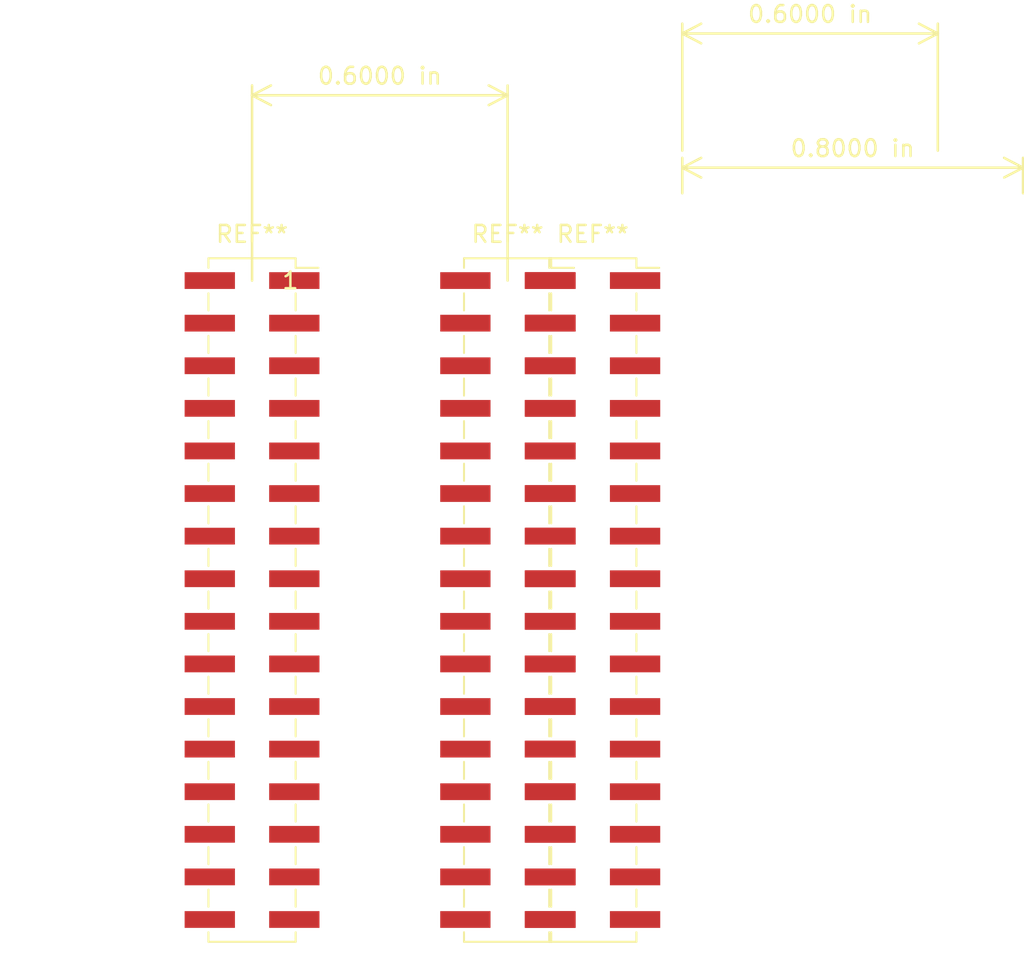
<source format=kicad_pcb>
(kicad_pcb (version 20171130) (host pcbnew 5.1.2-f72e74a~84~ubuntu18.04.1)

  (general
    (thickness 1.6)
    (drawings 10)
    (tracks 0)
    (zones 0)
    (modules 3)
    (nets 1)
  )

  (page A4)
  (title_block
    (date "jeu. 02 avril 2015")
  )

  (layers
    (0 F.Cu signal)
    (31 B.Cu signal)
    (32 B.Adhes user)
    (33 F.Adhes user)
    (34 B.Paste user)
    (35 F.Paste user)
    (36 B.SilkS user)
    (37 F.SilkS user)
    (38 B.Mask user)
    (39 F.Mask user)
    (40 Dwgs.User user)
    (41 Cmts.User user)
    (42 Eco1.User user)
    (43 Eco2.User user)
    (44 Edge.Cuts user)
    (45 Margin user)
    (46 B.CrtYd user)
    (47 F.CrtYd user)
    (48 B.Fab user)
    (49 F.Fab user)
  )

  (setup
    (last_trace_width 0.25)
    (trace_clearance 0.2)
    (zone_clearance 0.508)
    (zone_45_only no)
    (trace_min 0.2)
    (via_size 0.6)
    (via_drill 0.4)
    (via_min_size 0.4)
    (via_min_drill 0.3)
    (uvia_size 0.3)
    (uvia_drill 0.1)
    (uvias_allowed no)
    (uvia_min_size 0.2)
    (uvia_min_drill 0.1)
    (edge_width 0.1)
    (segment_width 0.15)
    (pcb_text_width 0.3)
    (pcb_text_size 1.5 1.5)
    (mod_edge_width 0.15)
    (mod_text_size 1 1)
    (mod_text_width 0.15)
    (pad_size 1.5 1.5)
    (pad_drill 0.6)
    (pad_to_mask_clearance 0)
    (aux_axis_origin 138.176 110.617)
    (visible_elements FFFFFF7F)
    (pcbplotparams
      (layerselection 0x00030_80000001)
      (usegerberextensions false)
      (usegerberattributes false)
      (usegerberadvancedattributes false)
      (creategerberjobfile false)
      (excludeedgelayer true)
      (linewidth 0.100000)
      (plotframeref false)
      (viasonmask false)
      (mode 1)
      (useauxorigin false)
      (hpglpennumber 1)
      (hpglpenspeed 20)
      (hpglpendiameter 15.000000)
      (psnegative false)
      (psa4output false)
      (plotreference true)
      (plotvalue true)
      (plotinvisibletext false)
      (padsonsilk false)
      (subtractmaskfromsilk false)
      (outputformat 1)
      (mirror false)
      (drillshape 1)
      (scaleselection 1)
      (outputdirectory ""))
  )

  (net 0 "")

  (net_class Default "This is the default net class."
    (clearance 0.2)
    (trace_width 0.25)
    (via_dia 0.6)
    (via_drill 0.4)
    (uvia_dia 0.3)
    (uvia_drill 0.1)
  )

  (module Connector_PinSocket_2.54mm:PinSocket_2x16_P2.54mm_Vertical_SMD (layer F.Cu) (tedit 5A19A421) (tstamp 5CE38145)
    (at 154.686 90.297)
    (descr "surface-mounted straight socket strip, 2x16, 2.54mm pitch, double cols (from Kicad 4.0.7), script generated")
    (tags "Surface mounted socket strip SMD 2x16 2.54mm double row")
    (attr smd)
    (fp_text reference REF** (at 0 -21.82) (layer F.SilkS)
      (effects (font (size 1 1) (thickness 0.15)))
    )
    (fp_text value PinSocket_2x16_P2.54mm_Vertical_SMD (at 0 21.82) (layer F.Fab)
      (effects (font (size 1 1) (thickness 0.15)))
    )
    (fp_text user %R (at 0 0 90) (layer F.Fab)
      (effects (font (size 1 1) (thickness 0.15)))
    )
    (fp_line (start -4.55 20.85) (end -4.55 -20.85) (layer F.CrtYd) (width 0.05))
    (fp_line (start 4.5 20.85) (end -4.55 20.85) (layer F.CrtYd) (width 0.05))
    (fp_line (start 4.5 -20.85) (end 4.5 20.85) (layer F.CrtYd) (width 0.05))
    (fp_line (start -4.55 -20.85) (end 4.5 -20.85) (layer F.CrtYd) (width 0.05))
    (fp_line (start 3.92 19.37) (end 2.54 19.37) (layer F.Fab) (width 0.1))
    (fp_line (start 3.92 18.73) (end 3.92 19.37) (layer F.Fab) (width 0.1))
    (fp_line (start 2.54 18.73) (end 3.92 18.73) (layer F.Fab) (width 0.1))
    (fp_line (start -3.92 19.37) (end -3.92 18.73) (layer F.Fab) (width 0.1))
    (fp_line (start -2.54 19.37) (end -3.92 19.37) (layer F.Fab) (width 0.1))
    (fp_line (start -3.92 18.73) (end -2.54 18.73) (layer F.Fab) (width 0.1))
    (fp_line (start 3.92 16.83) (end 2.54 16.83) (layer F.Fab) (width 0.1))
    (fp_line (start 3.92 16.19) (end 3.92 16.83) (layer F.Fab) (width 0.1))
    (fp_line (start 2.54 16.19) (end 3.92 16.19) (layer F.Fab) (width 0.1))
    (fp_line (start -3.92 16.83) (end -3.92 16.19) (layer F.Fab) (width 0.1))
    (fp_line (start -2.54 16.83) (end -3.92 16.83) (layer F.Fab) (width 0.1))
    (fp_line (start -3.92 16.19) (end -2.54 16.19) (layer F.Fab) (width 0.1))
    (fp_line (start 3.92 14.29) (end 2.54 14.29) (layer F.Fab) (width 0.1))
    (fp_line (start 3.92 13.65) (end 3.92 14.29) (layer F.Fab) (width 0.1))
    (fp_line (start 2.54 13.65) (end 3.92 13.65) (layer F.Fab) (width 0.1))
    (fp_line (start -3.92 14.29) (end -3.92 13.65) (layer F.Fab) (width 0.1))
    (fp_line (start -2.54 14.29) (end -3.92 14.29) (layer F.Fab) (width 0.1))
    (fp_line (start -3.92 13.65) (end -2.54 13.65) (layer F.Fab) (width 0.1))
    (fp_line (start 3.92 11.75) (end 2.54 11.75) (layer F.Fab) (width 0.1))
    (fp_line (start 3.92 11.11) (end 3.92 11.75) (layer F.Fab) (width 0.1))
    (fp_line (start 2.54 11.11) (end 3.92 11.11) (layer F.Fab) (width 0.1))
    (fp_line (start -3.92 11.75) (end -3.92 11.11) (layer F.Fab) (width 0.1))
    (fp_line (start -2.54 11.75) (end -3.92 11.75) (layer F.Fab) (width 0.1))
    (fp_line (start -3.92 11.11) (end -2.54 11.11) (layer F.Fab) (width 0.1))
    (fp_line (start 3.92 9.21) (end 2.54 9.21) (layer F.Fab) (width 0.1))
    (fp_line (start 3.92 8.57) (end 3.92 9.21) (layer F.Fab) (width 0.1))
    (fp_line (start 2.54 8.57) (end 3.92 8.57) (layer F.Fab) (width 0.1))
    (fp_line (start -3.92 9.21) (end -3.92 8.57) (layer F.Fab) (width 0.1))
    (fp_line (start -2.54 9.21) (end -3.92 9.21) (layer F.Fab) (width 0.1))
    (fp_line (start -3.92 8.57) (end -2.54 8.57) (layer F.Fab) (width 0.1))
    (fp_line (start 3.92 6.67) (end 2.54 6.67) (layer F.Fab) (width 0.1))
    (fp_line (start 3.92 6.03) (end 3.92 6.67) (layer F.Fab) (width 0.1))
    (fp_line (start 2.54 6.03) (end 3.92 6.03) (layer F.Fab) (width 0.1))
    (fp_line (start -3.92 6.67) (end -3.92 6.03) (layer F.Fab) (width 0.1))
    (fp_line (start -2.54 6.67) (end -3.92 6.67) (layer F.Fab) (width 0.1))
    (fp_line (start -3.92 6.03) (end -2.54 6.03) (layer F.Fab) (width 0.1))
    (fp_line (start 3.92 4.13) (end 2.54 4.13) (layer F.Fab) (width 0.1))
    (fp_line (start 3.92 3.49) (end 3.92 4.13) (layer F.Fab) (width 0.1))
    (fp_line (start 2.54 3.49) (end 3.92 3.49) (layer F.Fab) (width 0.1))
    (fp_line (start -3.92 4.13) (end -3.92 3.49) (layer F.Fab) (width 0.1))
    (fp_line (start -2.54 4.13) (end -3.92 4.13) (layer F.Fab) (width 0.1))
    (fp_line (start -3.92 3.49) (end -2.54 3.49) (layer F.Fab) (width 0.1))
    (fp_line (start 3.92 1.59) (end 2.54 1.59) (layer F.Fab) (width 0.1))
    (fp_line (start 3.92 0.95) (end 3.92 1.59) (layer F.Fab) (width 0.1))
    (fp_line (start 2.54 0.95) (end 3.92 0.95) (layer F.Fab) (width 0.1))
    (fp_line (start -3.92 1.59) (end -3.92 0.95) (layer F.Fab) (width 0.1))
    (fp_line (start -2.54 1.59) (end -3.92 1.59) (layer F.Fab) (width 0.1))
    (fp_line (start -3.92 0.95) (end -2.54 0.95) (layer F.Fab) (width 0.1))
    (fp_line (start 3.92 -0.95) (end 2.54 -0.95) (layer F.Fab) (width 0.1))
    (fp_line (start 3.92 -1.59) (end 3.92 -0.95) (layer F.Fab) (width 0.1))
    (fp_line (start 2.54 -1.59) (end 3.92 -1.59) (layer F.Fab) (width 0.1))
    (fp_line (start -3.92 -0.95) (end -3.92 -1.59) (layer F.Fab) (width 0.1))
    (fp_line (start -2.54 -0.95) (end -3.92 -0.95) (layer F.Fab) (width 0.1))
    (fp_line (start -3.92 -1.59) (end -2.54 -1.59) (layer F.Fab) (width 0.1))
    (fp_line (start 3.92 -3.49) (end 2.54 -3.49) (layer F.Fab) (width 0.1))
    (fp_line (start 3.92 -4.13) (end 3.92 -3.49) (layer F.Fab) (width 0.1))
    (fp_line (start 2.54 -4.13) (end 3.92 -4.13) (layer F.Fab) (width 0.1))
    (fp_line (start -3.92 -3.49) (end -3.92 -4.13) (layer F.Fab) (width 0.1))
    (fp_line (start -2.54 -3.49) (end -3.92 -3.49) (layer F.Fab) (width 0.1))
    (fp_line (start -3.92 -4.13) (end -2.54 -4.13) (layer F.Fab) (width 0.1))
    (fp_line (start 3.92 -6.03) (end 2.54 -6.03) (layer F.Fab) (width 0.1))
    (fp_line (start 3.92 -6.67) (end 3.92 -6.03) (layer F.Fab) (width 0.1))
    (fp_line (start 2.54 -6.67) (end 3.92 -6.67) (layer F.Fab) (width 0.1))
    (fp_line (start -3.92 -6.03) (end -3.92 -6.67) (layer F.Fab) (width 0.1))
    (fp_line (start -2.54 -6.03) (end -3.92 -6.03) (layer F.Fab) (width 0.1))
    (fp_line (start -3.92 -6.67) (end -2.54 -6.67) (layer F.Fab) (width 0.1))
    (fp_line (start 3.92 -8.57) (end 2.54 -8.57) (layer F.Fab) (width 0.1))
    (fp_line (start 3.92 -9.21) (end 3.92 -8.57) (layer F.Fab) (width 0.1))
    (fp_line (start 2.54 -9.21) (end 3.92 -9.21) (layer F.Fab) (width 0.1))
    (fp_line (start -3.92 -8.57) (end -3.92 -9.21) (layer F.Fab) (width 0.1))
    (fp_line (start -2.54 -8.57) (end -3.92 -8.57) (layer F.Fab) (width 0.1))
    (fp_line (start -3.92 -9.21) (end -2.54 -9.21) (layer F.Fab) (width 0.1))
    (fp_line (start 3.92 -11.11) (end 2.54 -11.11) (layer F.Fab) (width 0.1))
    (fp_line (start 3.92 -11.75) (end 3.92 -11.11) (layer F.Fab) (width 0.1))
    (fp_line (start 2.54 -11.75) (end 3.92 -11.75) (layer F.Fab) (width 0.1))
    (fp_line (start -3.92 -11.11) (end -3.92 -11.75) (layer F.Fab) (width 0.1))
    (fp_line (start -2.54 -11.11) (end -3.92 -11.11) (layer F.Fab) (width 0.1))
    (fp_line (start -3.92 -11.75) (end -2.54 -11.75) (layer F.Fab) (width 0.1))
    (fp_line (start 3.92 -13.65) (end 2.54 -13.65) (layer F.Fab) (width 0.1))
    (fp_line (start 3.92 -14.29) (end 3.92 -13.65) (layer F.Fab) (width 0.1))
    (fp_line (start 2.54 -14.29) (end 3.92 -14.29) (layer F.Fab) (width 0.1))
    (fp_line (start -3.92 -13.65) (end -3.92 -14.29) (layer F.Fab) (width 0.1))
    (fp_line (start -2.54 -13.65) (end -3.92 -13.65) (layer F.Fab) (width 0.1))
    (fp_line (start -3.92 -14.29) (end -2.54 -14.29) (layer F.Fab) (width 0.1))
    (fp_line (start 3.92 -16.19) (end 2.54 -16.19) (layer F.Fab) (width 0.1))
    (fp_line (start 3.92 -16.83) (end 3.92 -16.19) (layer F.Fab) (width 0.1))
    (fp_line (start 2.54 -16.83) (end 3.92 -16.83) (layer F.Fab) (width 0.1))
    (fp_line (start -3.92 -16.19) (end -3.92 -16.83) (layer F.Fab) (width 0.1))
    (fp_line (start -2.54 -16.19) (end -3.92 -16.19) (layer F.Fab) (width 0.1))
    (fp_line (start -3.92 -16.83) (end -2.54 -16.83) (layer F.Fab) (width 0.1))
    (fp_line (start 3.92 -18.73) (end 2.54 -18.73) (layer F.Fab) (width 0.1))
    (fp_line (start 3.92 -19.37) (end 3.92 -18.73) (layer F.Fab) (width 0.1))
    (fp_line (start 2.54 -19.37) (end 3.92 -19.37) (layer F.Fab) (width 0.1))
    (fp_line (start -3.92 -18.73) (end -3.92 -19.37) (layer F.Fab) (width 0.1))
    (fp_line (start -2.54 -18.73) (end -3.92 -18.73) (layer F.Fab) (width 0.1))
    (fp_line (start -3.92 -19.37) (end -2.54 -19.37) (layer F.Fab) (width 0.1))
    (fp_line (start -2.54 20.32) (end -2.54 -20.32) (layer F.Fab) (width 0.1))
    (fp_line (start 2.54 20.32) (end -2.54 20.32) (layer F.Fab) (width 0.1))
    (fp_line (start 2.54 -19.32) (end 2.54 20.32) (layer F.Fab) (width 0.1))
    (fp_line (start 1.54 -20.32) (end 2.54 -19.32) (layer F.Fab) (width 0.1))
    (fp_line (start -2.54 -20.32) (end 1.54 -20.32) (layer F.Fab) (width 0.1))
    (fp_line (start 2.6 -19.81) (end 3.96 -19.81) (layer F.SilkS) (width 0.12))
    (fp_line (start -2.6 19.81) (end -2.6 20.38) (layer F.SilkS) (width 0.12))
    (fp_line (start -2.6 17.27) (end -2.6 18.29) (layer F.SilkS) (width 0.12))
    (fp_line (start -2.6 14.73) (end -2.6 15.75) (layer F.SilkS) (width 0.12))
    (fp_line (start -2.6 12.19) (end -2.6 13.21) (layer F.SilkS) (width 0.12))
    (fp_line (start -2.6 9.65) (end -2.6 10.67) (layer F.SilkS) (width 0.12))
    (fp_line (start -2.6 7.11) (end -2.6 8.13) (layer F.SilkS) (width 0.12))
    (fp_line (start -2.6 4.57) (end -2.6 5.59) (layer F.SilkS) (width 0.12))
    (fp_line (start -2.6 2.03) (end -2.6 3.05) (layer F.SilkS) (width 0.12))
    (fp_line (start -2.6 -0.51) (end -2.6 0.51) (layer F.SilkS) (width 0.12))
    (fp_line (start -2.6 -3.05) (end -2.6 -2.03) (layer F.SilkS) (width 0.12))
    (fp_line (start -2.6 -5.59) (end -2.6 -4.57) (layer F.SilkS) (width 0.12))
    (fp_line (start -2.6 -8.13) (end -2.6 -7.11) (layer F.SilkS) (width 0.12))
    (fp_line (start -2.6 -10.67) (end -2.6 -9.65) (layer F.SilkS) (width 0.12))
    (fp_line (start -2.6 -13.21) (end -2.6 -12.19) (layer F.SilkS) (width 0.12))
    (fp_line (start -2.6 -15.75) (end -2.6 -14.73) (layer F.SilkS) (width 0.12))
    (fp_line (start -2.6 -18.29) (end -2.6 -17.27) (layer F.SilkS) (width 0.12))
    (fp_line (start -2.6 -20.38) (end -2.6 -19.81) (layer F.SilkS) (width 0.12))
    (fp_line (start -2.6 20.38) (end 2.6 20.38) (layer F.SilkS) (width 0.12))
    (fp_line (start 2.6 19.81) (end 2.6 20.38) (layer F.SilkS) (width 0.12))
    (fp_line (start 2.6 17.27) (end 2.6 18.29) (layer F.SilkS) (width 0.12))
    (fp_line (start 2.6 14.73) (end 2.6 15.75) (layer F.SilkS) (width 0.12))
    (fp_line (start 2.6 12.19) (end 2.6 13.21) (layer F.SilkS) (width 0.12))
    (fp_line (start 2.6 9.65) (end 2.6 10.67) (layer F.SilkS) (width 0.12))
    (fp_line (start 2.6 7.11) (end 2.6 8.13) (layer F.SilkS) (width 0.12))
    (fp_line (start 2.6 4.57) (end 2.6 5.59) (layer F.SilkS) (width 0.12))
    (fp_line (start 2.6 2.03) (end 2.6 3.05) (layer F.SilkS) (width 0.12))
    (fp_line (start 2.6 -0.51) (end 2.6 0.51) (layer F.SilkS) (width 0.12))
    (fp_line (start 2.6 -3.05) (end 2.6 -2.03) (layer F.SilkS) (width 0.12))
    (fp_line (start 2.6 -5.59) (end 2.6 -4.57) (layer F.SilkS) (width 0.12))
    (fp_line (start 2.6 -8.13) (end 2.6 -7.11) (layer F.SilkS) (width 0.12))
    (fp_line (start 2.6 -10.67) (end 2.6 -9.65) (layer F.SilkS) (width 0.12))
    (fp_line (start 2.6 -13.21) (end 2.6 -12.19) (layer F.SilkS) (width 0.12))
    (fp_line (start 2.6 -15.75) (end 2.6 -14.73) (layer F.SilkS) (width 0.12))
    (fp_line (start 2.6 -18.29) (end 2.6 -17.27) (layer F.SilkS) (width 0.12))
    (fp_line (start 2.6 -20.38) (end 2.6 -19.81) (layer F.SilkS) (width 0.12))
    (fp_line (start -2.6 -20.38) (end 2.6 -20.38) (layer F.SilkS) (width 0.12))
    (pad 32 smd rect (at -2.52 19.05) (size 3 1) (layers F.Cu F.Paste F.Mask))
    (pad 31 smd rect (at 2.52 19.05) (size 3 1) (layers F.Cu F.Paste F.Mask))
    (pad 30 smd rect (at -2.52 16.51) (size 3 1) (layers F.Cu F.Paste F.Mask))
    (pad 29 smd rect (at 2.52 16.51) (size 3 1) (layers F.Cu F.Paste F.Mask))
    (pad 28 smd rect (at -2.52 13.97) (size 3 1) (layers F.Cu F.Paste F.Mask))
    (pad 27 smd rect (at 2.52 13.97) (size 3 1) (layers F.Cu F.Paste F.Mask))
    (pad 26 smd rect (at -2.52 11.43) (size 3 1) (layers F.Cu F.Paste F.Mask))
    (pad 25 smd rect (at 2.52 11.43) (size 3 1) (layers F.Cu F.Paste F.Mask))
    (pad 24 smd rect (at -2.52 8.89) (size 3 1) (layers F.Cu F.Paste F.Mask))
    (pad 23 smd rect (at 2.52 8.89) (size 3 1) (layers F.Cu F.Paste F.Mask))
    (pad 22 smd rect (at -2.52 6.35) (size 3 1) (layers F.Cu F.Paste F.Mask))
    (pad 21 smd rect (at 2.52 6.35) (size 3 1) (layers F.Cu F.Paste F.Mask))
    (pad 20 smd rect (at -2.52 3.81) (size 3 1) (layers F.Cu F.Paste F.Mask))
    (pad 19 smd rect (at 2.52 3.81) (size 3 1) (layers F.Cu F.Paste F.Mask))
    (pad 18 smd rect (at -2.52 1.27) (size 3 1) (layers F.Cu F.Paste F.Mask))
    (pad 17 smd rect (at 2.52 1.27) (size 3 1) (layers F.Cu F.Paste F.Mask))
    (pad 16 smd rect (at -2.52 -1.27) (size 3 1) (layers F.Cu F.Paste F.Mask))
    (pad 15 smd rect (at 2.52 -1.27) (size 3 1) (layers F.Cu F.Paste F.Mask))
    (pad 14 smd rect (at -2.52 -3.81) (size 3 1) (layers F.Cu F.Paste F.Mask))
    (pad 13 smd rect (at 2.52 -3.81) (size 3 1) (layers F.Cu F.Paste F.Mask))
    (pad 12 smd rect (at -2.52 -6.35) (size 3 1) (layers F.Cu F.Paste F.Mask))
    (pad 11 smd rect (at 2.52 -6.35) (size 3 1) (layers F.Cu F.Paste F.Mask))
    (pad 10 smd rect (at -2.52 -8.89) (size 3 1) (layers F.Cu F.Paste F.Mask))
    (pad 9 smd rect (at 2.52 -8.89) (size 3 1) (layers F.Cu F.Paste F.Mask))
    (pad 8 smd rect (at -2.52 -11.43) (size 3 1) (layers F.Cu F.Paste F.Mask))
    (pad 7 smd rect (at 2.52 -11.43) (size 3 1) (layers F.Cu F.Paste F.Mask))
    (pad 6 smd rect (at -2.52 -13.97) (size 3 1) (layers F.Cu F.Paste F.Mask))
    (pad 5 smd rect (at 2.52 -13.97) (size 3 1) (layers F.Cu F.Paste F.Mask))
    (pad 4 smd rect (at -2.52 -16.51) (size 3 1) (layers F.Cu F.Paste F.Mask))
    (pad 3 smd rect (at 2.52 -16.51) (size 3 1) (layers F.Cu F.Paste F.Mask))
    (pad 2 smd rect (at -2.52 -19.05) (size 3 1) (layers F.Cu F.Paste F.Mask))
    (pad 1 smd rect (at 2.52 -19.05) (size 3 1) (layers F.Cu F.Paste F.Mask))
    (model ${KISYS3DMOD}/Connector_PinSocket_2.54mm.3dshapes/PinSocket_2x16_P2.54mm_Vertical_SMD_1.wrl
      (at (xyz 0 0 0))
      (scale (xyz 1 1 1))
      (rotate (xyz 0 0 0))
    )
  )

  (module Connector_PinSocket_2.54mm:PinSocket_2x16_P2.54mm_Vertical_SMD (layer F.Cu) (tedit 5A19A421) (tstamp 5CE3579A)
    (at 139.446 90.297)
    (descr "surface-mounted straight socket strip, 2x16, 2.54mm pitch, double cols (from Kicad 4.0.7), script generated")
    (tags "Surface mounted socket strip SMD 2x16 2.54mm double row")
    (attr smd)
    (fp_text reference REF** (at 0 -21.82) (layer F.SilkS)
      (effects (font (size 1 1) (thickness 0.15)))
    )
    (fp_text value PinSocket_2x16_P2.54mm_Vertical_SMD (at 0 21.82) (layer F.Fab)
      (effects (font (size 1 1) (thickness 0.15)))
    )
    (fp_text user %R (at 0 0 90) (layer F.Fab)
      (effects (font (size 1 1) (thickness 0.15)))
    )
    (fp_line (start -4.55 20.85) (end -4.55 -20.85) (layer F.CrtYd) (width 0.05))
    (fp_line (start 4.5 20.85) (end -4.55 20.85) (layer F.CrtYd) (width 0.05))
    (fp_line (start 4.5 -20.85) (end 4.5 20.85) (layer F.CrtYd) (width 0.05))
    (fp_line (start -4.55 -20.85) (end 4.5 -20.85) (layer F.CrtYd) (width 0.05))
    (fp_line (start 3.92 19.37) (end 2.54 19.37) (layer F.Fab) (width 0.1))
    (fp_line (start 3.92 18.73) (end 3.92 19.37) (layer F.Fab) (width 0.1))
    (fp_line (start 2.54 18.73) (end 3.92 18.73) (layer F.Fab) (width 0.1))
    (fp_line (start -3.92 19.37) (end -3.92 18.73) (layer F.Fab) (width 0.1))
    (fp_line (start -2.54 19.37) (end -3.92 19.37) (layer F.Fab) (width 0.1))
    (fp_line (start -3.92 18.73) (end -2.54 18.73) (layer F.Fab) (width 0.1))
    (fp_line (start 3.92 16.83) (end 2.54 16.83) (layer F.Fab) (width 0.1))
    (fp_line (start 3.92 16.19) (end 3.92 16.83) (layer F.Fab) (width 0.1))
    (fp_line (start 2.54 16.19) (end 3.92 16.19) (layer F.Fab) (width 0.1))
    (fp_line (start -3.92 16.83) (end -3.92 16.19) (layer F.Fab) (width 0.1))
    (fp_line (start -2.54 16.83) (end -3.92 16.83) (layer F.Fab) (width 0.1))
    (fp_line (start -3.92 16.19) (end -2.54 16.19) (layer F.Fab) (width 0.1))
    (fp_line (start 3.92 14.29) (end 2.54 14.29) (layer F.Fab) (width 0.1))
    (fp_line (start 3.92 13.65) (end 3.92 14.29) (layer F.Fab) (width 0.1))
    (fp_line (start 2.54 13.65) (end 3.92 13.65) (layer F.Fab) (width 0.1))
    (fp_line (start -3.92 14.29) (end -3.92 13.65) (layer F.Fab) (width 0.1))
    (fp_line (start -2.54 14.29) (end -3.92 14.29) (layer F.Fab) (width 0.1))
    (fp_line (start -3.92 13.65) (end -2.54 13.65) (layer F.Fab) (width 0.1))
    (fp_line (start 3.92 11.75) (end 2.54 11.75) (layer F.Fab) (width 0.1))
    (fp_line (start 3.92 11.11) (end 3.92 11.75) (layer F.Fab) (width 0.1))
    (fp_line (start 2.54 11.11) (end 3.92 11.11) (layer F.Fab) (width 0.1))
    (fp_line (start -3.92 11.75) (end -3.92 11.11) (layer F.Fab) (width 0.1))
    (fp_line (start -2.54 11.75) (end -3.92 11.75) (layer F.Fab) (width 0.1))
    (fp_line (start -3.92 11.11) (end -2.54 11.11) (layer F.Fab) (width 0.1))
    (fp_line (start 3.92 9.21) (end 2.54 9.21) (layer F.Fab) (width 0.1))
    (fp_line (start 3.92 8.57) (end 3.92 9.21) (layer F.Fab) (width 0.1))
    (fp_line (start 2.54 8.57) (end 3.92 8.57) (layer F.Fab) (width 0.1))
    (fp_line (start -3.92 9.21) (end -3.92 8.57) (layer F.Fab) (width 0.1))
    (fp_line (start -2.54 9.21) (end -3.92 9.21) (layer F.Fab) (width 0.1))
    (fp_line (start -3.92 8.57) (end -2.54 8.57) (layer F.Fab) (width 0.1))
    (fp_line (start 3.92 6.67) (end 2.54 6.67) (layer F.Fab) (width 0.1))
    (fp_line (start 3.92 6.03) (end 3.92 6.67) (layer F.Fab) (width 0.1))
    (fp_line (start 2.54 6.03) (end 3.92 6.03) (layer F.Fab) (width 0.1))
    (fp_line (start -3.92 6.67) (end -3.92 6.03) (layer F.Fab) (width 0.1))
    (fp_line (start -2.54 6.67) (end -3.92 6.67) (layer F.Fab) (width 0.1))
    (fp_line (start -3.92 6.03) (end -2.54 6.03) (layer F.Fab) (width 0.1))
    (fp_line (start 3.92 4.13) (end 2.54 4.13) (layer F.Fab) (width 0.1))
    (fp_line (start 3.92 3.49) (end 3.92 4.13) (layer F.Fab) (width 0.1))
    (fp_line (start 2.54 3.49) (end 3.92 3.49) (layer F.Fab) (width 0.1))
    (fp_line (start -3.92 4.13) (end -3.92 3.49) (layer F.Fab) (width 0.1))
    (fp_line (start -2.54 4.13) (end -3.92 4.13) (layer F.Fab) (width 0.1))
    (fp_line (start -3.92 3.49) (end -2.54 3.49) (layer F.Fab) (width 0.1))
    (fp_line (start 3.92 1.59) (end 2.54 1.59) (layer F.Fab) (width 0.1))
    (fp_line (start 3.92 0.95) (end 3.92 1.59) (layer F.Fab) (width 0.1))
    (fp_line (start 2.54 0.95) (end 3.92 0.95) (layer F.Fab) (width 0.1))
    (fp_line (start -3.92 1.59) (end -3.92 0.95) (layer F.Fab) (width 0.1))
    (fp_line (start -2.54 1.59) (end -3.92 1.59) (layer F.Fab) (width 0.1))
    (fp_line (start -3.92 0.95) (end -2.54 0.95) (layer F.Fab) (width 0.1))
    (fp_line (start 3.92 -0.95) (end 2.54 -0.95) (layer F.Fab) (width 0.1))
    (fp_line (start 3.92 -1.59) (end 3.92 -0.95) (layer F.Fab) (width 0.1))
    (fp_line (start 2.54 -1.59) (end 3.92 -1.59) (layer F.Fab) (width 0.1))
    (fp_line (start -3.92 -0.95) (end -3.92 -1.59) (layer F.Fab) (width 0.1))
    (fp_line (start -2.54 -0.95) (end -3.92 -0.95) (layer F.Fab) (width 0.1))
    (fp_line (start -3.92 -1.59) (end -2.54 -1.59) (layer F.Fab) (width 0.1))
    (fp_line (start 3.92 -3.49) (end 2.54 -3.49) (layer F.Fab) (width 0.1))
    (fp_line (start 3.92 -4.13) (end 3.92 -3.49) (layer F.Fab) (width 0.1))
    (fp_line (start 2.54 -4.13) (end 3.92 -4.13) (layer F.Fab) (width 0.1))
    (fp_line (start -3.92 -3.49) (end -3.92 -4.13) (layer F.Fab) (width 0.1))
    (fp_line (start -2.54 -3.49) (end -3.92 -3.49) (layer F.Fab) (width 0.1))
    (fp_line (start -3.92 -4.13) (end -2.54 -4.13) (layer F.Fab) (width 0.1))
    (fp_line (start 3.92 -6.03) (end 2.54 -6.03) (layer F.Fab) (width 0.1))
    (fp_line (start 3.92 -6.67) (end 3.92 -6.03) (layer F.Fab) (width 0.1))
    (fp_line (start 2.54 -6.67) (end 3.92 -6.67) (layer F.Fab) (width 0.1))
    (fp_line (start -3.92 -6.03) (end -3.92 -6.67) (layer F.Fab) (width 0.1))
    (fp_line (start -2.54 -6.03) (end -3.92 -6.03) (layer F.Fab) (width 0.1))
    (fp_line (start -3.92 -6.67) (end -2.54 -6.67) (layer F.Fab) (width 0.1))
    (fp_line (start 3.92 -8.57) (end 2.54 -8.57) (layer F.Fab) (width 0.1))
    (fp_line (start 3.92 -9.21) (end 3.92 -8.57) (layer F.Fab) (width 0.1))
    (fp_line (start 2.54 -9.21) (end 3.92 -9.21) (layer F.Fab) (width 0.1))
    (fp_line (start -3.92 -8.57) (end -3.92 -9.21) (layer F.Fab) (width 0.1))
    (fp_line (start -2.54 -8.57) (end -3.92 -8.57) (layer F.Fab) (width 0.1))
    (fp_line (start -3.92 -9.21) (end -2.54 -9.21) (layer F.Fab) (width 0.1))
    (fp_line (start 3.92 -11.11) (end 2.54 -11.11) (layer F.Fab) (width 0.1))
    (fp_line (start 3.92 -11.75) (end 3.92 -11.11) (layer F.Fab) (width 0.1))
    (fp_line (start 2.54 -11.75) (end 3.92 -11.75) (layer F.Fab) (width 0.1))
    (fp_line (start -3.92 -11.11) (end -3.92 -11.75) (layer F.Fab) (width 0.1))
    (fp_line (start -2.54 -11.11) (end -3.92 -11.11) (layer F.Fab) (width 0.1))
    (fp_line (start -3.92 -11.75) (end -2.54 -11.75) (layer F.Fab) (width 0.1))
    (fp_line (start 3.92 -13.65) (end 2.54 -13.65) (layer F.Fab) (width 0.1))
    (fp_line (start 3.92 -14.29) (end 3.92 -13.65) (layer F.Fab) (width 0.1))
    (fp_line (start 2.54 -14.29) (end 3.92 -14.29) (layer F.Fab) (width 0.1))
    (fp_line (start -3.92 -13.65) (end -3.92 -14.29) (layer F.Fab) (width 0.1))
    (fp_line (start -2.54 -13.65) (end -3.92 -13.65) (layer F.Fab) (width 0.1))
    (fp_line (start -3.92 -14.29) (end -2.54 -14.29) (layer F.Fab) (width 0.1))
    (fp_line (start 3.92 -16.19) (end 2.54 -16.19) (layer F.Fab) (width 0.1))
    (fp_line (start 3.92 -16.83) (end 3.92 -16.19) (layer F.Fab) (width 0.1))
    (fp_line (start 2.54 -16.83) (end 3.92 -16.83) (layer F.Fab) (width 0.1))
    (fp_line (start -3.92 -16.19) (end -3.92 -16.83) (layer F.Fab) (width 0.1))
    (fp_line (start -2.54 -16.19) (end -3.92 -16.19) (layer F.Fab) (width 0.1))
    (fp_line (start -3.92 -16.83) (end -2.54 -16.83) (layer F.Fab) (width 0.1))
    (fp_line (start 3.92 -18.73) (end 2.54 -18.73) (layer F.Fab) (width 0.1))
    (fp_line (start 3.92 -19.37) (end 3.92 -18.73) (layer F.Fab) (width 0.1))
    (fp_line (start 2.54 -19.37) (end 3.92 -19.37) (layer F.Fab) (width 0.1))
    (fp_line (start -3.92 -18.73) (end -3.92 -19.37) (layer F.Fab) (width 0.1))
    (fp_line (start -2.54 -18.73) (end -3.92 -18.73) (layer F.Fab) (width 0.1))
    (fp_line (start -3.92 -19.37) (end -2.54 -19.37) (layer F.Fab) (width 0.1))
    (fp_line (start -2.54 20.32) (end -2.54 -20.32) (layer F.Fab) (width 0.1))
    (fp_line (start 2.54 20.32) (end -2.54 20.32) (layer F.Fab) (width 0.1))
    (fp_line (start 2.54 -19.32) (end 2.54 20.32) (layer F.Fab) (width 0.1))
    (fp_line (start 1.54 -20.32) (end 2.54 -19.32) (layer F.Fab) (width 0.1))
    (fp_line (start -2.54 -20.32) (end 1.54 -20.32) (layer F.Fab) (width 0.1))
    (fp_line (start 2.6 -19.81) (end 3.96 -19.81) (layer F.SilkS) (width 0.12))
    (fp_line (start -2.6 19.81) (end -2.6 20.38) (layer F.SilkS) (width 0.12))
    (fp_line (start -2.6 17.27) (end -2.6 18.29) (layer F.SilkS) (width 0.12))
    (fp_line (start -2.6 14.73) (end -2.6 15.75) (layer F.SilkS) (width 0.12))
    (fp_line (start -2.6 12.19) (end -2.6 13.21) (layer F.SilkS) (width 0.12))
    (fp_line (start -2.6 9.65) (end -2.6 10.67) (layer F.SilkS) (width 0.12))
    (fp_line (start -2.6 7.11) (end -2.6 8.13) (layer F.SilkS) (width 0.12))
    (fp_line (start -2.6 4.57) (end -2.6 5.59) (layer F.SilkS) (width 0.12))
    (fp_line (start -2.6 2.03) (end -2.6 3.05) (layer F.SilkS) (width 0.12))
    (fp_line (start -2.6 -0.51) (end -2.6 0.51) (layer F.SilkS) (width 0.12))
    (fp_line (start -2.6 -3.05) (end -2.6 -2.03) (layer F.SilkS) (width 0.12))
    (fp_line (start -2.6 -5.59) (end -2.6 -4.57) (layer F.SilkS) (width 0.12))
    (fp_line (start -2.6 -8.13) (end -2.6 -7.11) (layer F.SilkS) (width 0.12))
    (fp_line (start -2.6 -10.67) (end -2.6 -9.65) (layer F.SilkS) (width 0.12))
    (fp_line (start -2.6 -13.21) (end -2.6 -12.19) (layer F.SilkS) (width 0.12))
    (fp_line (start -2.6 -15.75) (end -2.6 -14.73) (layer F.SilkS) (width 0.12))
    (fp_line (start -2.6 -18.29) (end -2.6 -17.27) (layer F.SilkS) (width 0.12))
    (fp_line (start -2.6 -20.38) (end -2.6 -19.81) (layer F.SilkS) (width 0.12))
    (fp_line (start -2.6 20.38) (end 2.6 20.38) (layer F.SilkS) (width 0.12))
    (fp_line (start 2.6 19.81) (end 2.6 20.38) (layer F.SilkS) (width 0.12))
    (fp_line (start 2.6 17.27) (end 2.6 18.29) (layer F.SilkS) (width 0.12))
    (fp_line (start 2.6 14.73) (end 2.6 15.75) (layer F.SilkS) (width 0.12))
    (fp_line (start 2.6 12.19) (end 2.6 13.21) (layer F.SilkS) (width 0.12))
    (fp_line (start 2.6 9.65) (end 2.6 10.67) (layer F.SilkS) (width 0.12))
    (fp_line (start 2.6 7.11) (end 2.6 8.13) (layer F.SilkS) (width 0.12))
    (fp_line (start 2.6 4.57) (end 2.6 5.59) (layer F.SilkS) (width 0.12))
    (fp_line (start 2.6 2.03) (end 2.6 3.05) (layer F.SilkS) (width 0.12))
    (fp_line (start 2.6 -0.51) (end 2.6 0.51) (layer F.SilkS) (width 0.12))
    (fp_line (start 2.6 -3.05) (end 2.6 -2.03) (layer F.SilkS) (width 0.12))
    (fp_line (start 2.6 -5.59) (end 2.6 -4.57) (layer F.SilkS) (width 0.12))
    (fp_line (start 2.6 -8.13) (end 2.6 -7.11) (layer F.SilkS) (width 0.12))
    (fp_line (start 2.6 -10.67) (end 2.6 -9.65) (layer F.SilkS) (width 0.12))
    (fp_line (start 2.6 -13.21) (end 2.6 -12.19) (layer F.SilkS) (width 0.12))
    (fp_line (start 2.6 -15.75) (end 2.6 -14.73) (layer F.SilkS) (width 0.12))
    (fp_line (start 2.6 -18.29) (end 2.6 -17.27) (layer F.SilkS) (width 0.12))
    (fp_line (start 2.6 -20.38) (end 2.6 -19.81) (layer F.SilkS) (width 0.12))
    (fp_line (start -2.6 -20.38) (end 2.6 -20.38) (layer F.SilkS) (width 0.12))
    (pad 32 smd rect (at -2.52 19.05) (size 3 1) (layers F.Cu F.Paste F.Mask))
    (pad 31 smd rect (at 2.52 19.05) (size 3 1) (layers F.Cu F.Paste F.Mask))
    (pad 30 smd rect (at -2.52 16.51) (size 3 1) (layers F.Cu F.Paste F.Mask))
    (pad 29 smd rect (at 2.52 16.51) (size 3 1) (layers F.Cu F.Paste F.Mask))
    (pad 28 smd rect (at -2.52 13.97) (size 3 1) (layers F.Cu F.Paste F.Mask))
    (pad 27 smd rect (at 2.52 13.97) (size 3 1) (layers F.Cu F.Paste F.Mask))
    (pad 26 smd rect (at -2.52 11.43) (size 3 1) (layers F.Cu F.Paste F.Mask))
    (pad 25 smd rect (at 2.52 11.43) (size 3 1) (layers F.Cu F.Paste F.Mask))
    (pad 24 smd rect (at -2.52 8.89) (size 3 1) (layers F.Cu F.Paste F.Mask))
    (pad 23 smd rect (at 2.52 8.89) (size 3 1) (layers F.Cu F.Paste F.Mask))
    (pad 22 smd rect (at -2.52 6.35) (size 3 1) (layers F.Cu F.Paste F.Mask))
    (pad 21 smd rect (at 2.52 6.35) (size 3 1) (layers F.Cu F.Paste F.Mask))
    (pad 20 smd rect (at -2.52 3.81) (size 3 1) (layers F.Cu F.Paste F.Mask))
    (pad 19 smd rect (at 2.52 3.81) (size 3 1) (layers F.Cu F.Paste F.Mask))
    (pad 18 smd rect (at -2.52 1.27) (size 3 1) (layers F.Cu F.Paste F.Mask))
    (pad 17 smd rect (at 2.52 1.27) (size 3 1) (layers F.Cu F.Paste F.Mask))
    (pad 16 smd rect (at -2.52 -1.27) (size 3 1) (layers F.Cu F.Paste F.Mask))
    (pad 15 smd rect (at 2.52 -1.27) (size 3 1) (layers F.Cu F.Paste F.Mask))
    (pad 14 smd rect (at -2.52 -3.81) (size 3 1) (layers F.Cu F.Paste F.Mask))
    (pad 13 smd rect (at 2.52 -3.81) (size 3 1) (layers F.Cu F.Paste F.Mask))
    (pad 12 smd rect (at -2.52 -6.35) (size 3 1) (layers F.Cu F.Paste F.Mask))
    (pad 11 smd rect (at 2.52 -6.35) (size 3 1) (layers F.Cu F.Paste F.Mask))
    (pad 10 smd rect (at -2.52 -8.89) (size 3 1) (layers F.Cu F.Paste F.Mask))
    (pad 9 smd rect (at 2.52 -8.89) (size 3 1) (layers F.Cu F.Paste F.Mask))
    (pad 8 smd rect (at -2.52 -11.43) (size 3 1) (layers F.Cu F.Paste F.Mask))
    (pad 7 smd rect (at 2.52 -11.43) (size 3 1) (layers F.Cu F.Paste F.Mask))
    (pad 6 smd rect (at -2.52 -13.97) (size 3 1) (layers F.Cu F.Paste F.Mask))
    (pad 5 smd rect (at 2.52 -13.97) (size 3 1) (layers F.Cu F.Paste F.Mask))
    (pad 4 smd rect (at -2.52 -16.51) (size 3 1) (layers F.Cu F.Paste F.Mask))
    (pad 3 smd rect (at 2.52 -16.51) (size 3 1) (layers F.Cu F.Paste F.Mask))
    (pad 2 smd rect (at -2.52 -19.05) (size 3 1) (layers F.Cu F.Paste F.Mask))
    (pad 1 smd rect (at 2.52 -19.05) (size 3 1) (layers F.Cu F.Paste F.Mask))
    (model ${KISYS3DMOD}/Connector_PinSocket_2.54mm.3dshapes/PinSocket_2x16_P2.54mm_Vertical_SMD.wrl
      (at (xyz 0 0 0))
      (scale (xyz 1 1 1))
      (rotate (xyz 0 0 0))
    )
  )

  (module Connector_PinSocket_2.54mm:PinSocket_2x16_P2.54mm_Vertical_SMD (layer F.Cu) (tedit 5A19A421) (tstamp 5CE37450)
    (at 159.766 90.297)
    (descr "surface-mounted straight socket strip, 2x16, 2.54mm pitch, double cols (from Kicad 4.0.7), script generated")
    (tags "Surface mounted socket strip SMD 2x16 2.54mm double row")
    (attr smd)
    (fp_text reference REF** (at 0 -21.82) (layer F.SilkS)
      (effects (font (size 1 1) (thickness 0.15)))
    )
    (fp_text value PinSocket_2x16_P2.54mm_Vertical_SMD (at 0 21.82) (layer F.Fab)
      (effects (font (size 1 1) (thickness 0.15)))
    )
    (fp_line (start -2.6 -20.38) (end 2.6 -20.38) (layer F.SilkS) (width 0.12))
    (fp_line (start 2.6 -20.38) (end 2.6 -19.81) (layer F.SilkS) (width 0.12))
    (fp_line (start 2.6 -18.29) (end 2.6 -17.27) (layer F.SilkS) (width 0.12))
    (fp_line (start 2.6 -15.75) (end 2.6 -14.73) (layer F.SilkS) (width 0.12))
    (fp_line (start 2.6 -13.21) (end 2.6 -12.19) (layer F.SilkS) (width 0.12))
    (fp_line (start 2.6 -10.67) (end 2.6 -9.65) (layer F.SilkS) (width 0.12))
    (fp_line (start 2.6 -8.13) (end 2.6 -7.11) (layer F.SilkS) (width 0.12))
    (fp_line (start 2.6 -5.59) (end 2.6 -4.57) (layer F.SilkS) (width 0.12))
    (fp_line (start 2.6 -3.05) (end 2.6 -2.03) (layer F.SilkS) (width 0.12))
    (fp_line (start 2.6 -0.51) (end 2.6 0.51) (layer F.SilkS) (width 0.12))
    (fp_line (start 2.6 2.03) (end 2.6 3.05) (layer F.SilkS) (width 0.12))
    (fp_line (start 2.6 4.57) (end 2.6 5.59) (layer F.SilkS) (width 0.12))
    (fp_line (start 2.6 7.11) (end 2.6 8.13) (layer F.SilkS) (width 0.12))
    (fp_line (start 2.6 9.65) (end 2.6 10.67) (layer F.SilkS) (width 0.12))
    (fp_line (start 2.6 12.19) (end 2.6 13.21) (layer F.SilkS) (width 0.12))
    (fp_line (start 2.6 14.73) (end 2.6 15.75) (layer F.SilkS) (width 0.12))
    (fp_line (start 2.6 17.27) (end 2.6 18.29) (layer F.SilkS) (width 0.12))
    (fp_line (start 2.6 19.81) (end 2.6 20.38) (layer F.SilkS) (width 0.12))
    (fp_line (start -2.6 20.38) (end 2.6 20.38) (layer F.SilkS) (width 0.12))
    (fp_line (start -2.6 -20.38) (end -2.6 -19.81) (layer F.SilkS) (width 0.12))
    (fp_line (start -2.6 -18.29) (end -2.6 -17.27) (layer F.SilkS) (width 0.12))
    (fp_line (start -2.6 -15.75) (end -2.6 -14.73) (layer F.SilkS) (width 0.12))
    (fp_line (start -2.6 -13.21) (end -2.6 -12.19) (layer F.SilkS) (width 0.12))
    (fp_line (start -2.6 -10.67) (end -2.6 -9.65) (layer F.SilkS) (width 0.12))
    (fp_line (start -2.6 -8.13) (end -2.6 -7.11) (layer F.SilkS) (width 0.12))
    (fp_line (start -2.6 -5.59) (end -2.6 -4.57) (layer F.SilkS) (width 0.12))
    (fp_line (start -2.6 -3.05) (end -2.6 -2.03) (layer F.SilkS) (width 0.12))
    (fp_line (start -2.6 -0.51) (end -2.6 0.51) (layer F.SilkS) (width 0.12))
    (fp_line (start -2.6 2.03) (end -2.6 3.05) (layer F.SilkS) (width 0.12))
    (fp_line (start -2.6 4.57) (end -2.6 5.59) (layer F.SilkS) (width 0.12))
    (fp_line (start -2.6 7.11) (end -2.6 8.13) (layer F.SilkS) (width 0.12))
    (fp_line (start -2.6 9.65) (end -2.6 10.67) (layer F.SilkS) (width 0.12))
    (fp_line (start -2.6 12.19) (end -2.6 13.21) (layer F.SilkS) (width 0.12))
    (fp_line (start -2.6 14.73) (end -2.6 15.75) (layer F.SilkS) (width 0.12))
    (fp_line (start -2.6 17.27) (end -2.6 18.29) (layer F.SilkS) (width 0.12))
    (fp_line (start -2.6 19.81) (end -2.6 20.38) (layer F.SilkS) (width 0.12))
    (fp_line (start 2.6 -19.81) (end 3.96 -19.81) (layer F.SilkS) (width 0.12))
    (fp_line (start -2.54 -20.32) (end 1.54 -20.32) (layer F.Fab) (width 0.1))
    (fp_line (start 1.54 -20.32) (end 2.54 -19.32) (layer F.Fab) (width 0.1))
    (fp_line (start 2.54 -19.32) (end 2.54 20.32) (layer F.Fab) (width 0.1))
    (fp_line (start 2.54 20.32) (end -2.54 20.32) (layer F.Fab) (width 0.1))
    (fp_line (start -2.54 20.32) (end -2.54 -20.32) (layer F.Fab) (width 0.1))
    (fp_line (start -3.92 -19.37) (end -2.54 -19.37) (layer F.Fab) (width 0.1))
    (fp_line (start -2.54 -18.73) (end -3.92 -18.73) (layer F.Fab) (width 0.1))
    (fp_line (start -3.92 -18.73) (end -3.92 -19.37) (layer F.Fab) (width 0.1))
    (fp_line (start 2.54 -19.37) (end 3.92 -19.37) (layer F.Fab) (width 0.1))
    (fp_line (start 3.92 -19.37) (end 3.92 -18.73) (layer F.Fab) (width 0.1))
    (fp_line (start 3.92 -18.73) (end 2.54 -18.73) (layer F.Fab) (width 0.1))
    (fp_line (start -3.92 -16.83) (end -2.54 -16.83) (layer F.Fab) (width 0.1))
    (fp_line (start -2.54 -16.19) (end -3.92 -16.19) (layer F.Fab) (width 0.1))
    (fp_line (start -3.92 -16.19) (end -3.92 -16.83) (layer F.Fab) (width 0.1))
    (fp_line (start 2.54 -16.83) (end 3.92 -16.83) (layer F.Fab) (width 0.1))
    (fp_line (start 3.92 -16.83) (end 3.92 -16.19) (layer F.Fab) (width 0.1))
    (fp_line (start 3.92 -16.19) (end 2.54 -16.19) (layer F.Fab) (width 0.1))
    (fp_line (start -3.92 -14.29) (end -2.54 -14.29) (layer F.Fab) (width 0.1))
    (fp_line (start -2.54 -13.65) (end -3.92 -13.65) (layer F.Fab) (width 0.1))
    (fp_line (start -3.92 -13.65) (end -3.92 -14.29) (layer F.Fab) (width 0.1))
    (fp_line (start 2.54 -14.29) (end 3.92 -14.29) (layer F.Fab) (width 0.1))
    (fp_line (start 3.92 -14.29) (end 3.92 -13.65) (layer F.Fab) (width 0.1))
    (fp_line (start 3.92 -13.65) (end 2.54 -13.65) (layer F.Fab) (width 0.1))
    (fp_line (start -3.92 -11.75) (end -2.54 -11.75) (layer F.Fab) (width 0.1))
    (fp_line (start -2.54 -11.11) (end -3.92 -11.11) (layer F.Fab) (width 0.1))
    (fp_line (start -3.92 -11.11) (end -3.92 -11.75) (layer F.Fab) (width 0.1))
    (fp_line (start 2.54 -11.75) (end 3.92 -11.75) (layer F.Fab) (width 0.1))
    (fp_line (start 3.92 -11.75) (end 3.92 -11.11) (layer F.Fab) (width 0.1))
    (fp_line (start 3.92 -11.11) (end 2.54 -11.11) (layer F.Fab) (width 0.1))
    (fp_line (start -3.92 -9.21) (end -2.54 -9.21) (layer F.Fab) (width 0.1))
    (fp_line (start -2.54 -8.57) (end -3.92 -8.57) (layer F.Fab) (width 0.1))
    (fp_line (start -3.92 -8.57) (end -3.92 -9.21) (layer F.Fab) (width 0.1))
    (fp_line (start 2.54 -9.21) (end 3.92 -9.21) (layer F.Fab) (width 0.1))
    (fp_line (start 3.92 -9.21) (end 3.92 -8.57) (layer F.Fab) (width 0.1))
    (fp_line (start 3.92 -8.57) (end 2.54 -8.57) (layer F.Fab) (width 0.1))
    (fp_line (start -3.92 -6.67) (end -2.54 -6.67) (layer F.Fab) (width 0.1))
    (fp_line (start -2.54 -6.03) (end -3.92 -6.03) (layer F.Fab) (width 0.1))
    (fp_line (start -3.92 -6.03) (end -3.92 -6.67) (layer F.Fab) (width 0.1))
    (fp_line (start 2.54 -6.67) (end 3.92 -6.67) (layer F.Fab) (width 0.1))
    (fp_line (start 3.92 -6.67) (end 3.92 -6.03) (layer F.Fab) (width 0.1))
    (fp_line (start 3.92 -6.03) (end 2.54 -6.03) (layer F.Fab) (width 0.1))
    (fp_line (start -3.92 -4.13) (end -2.54 -4.13) (layer F.Fab) (width 0.1))
    (fp_line (start -2.54 -3.49) (end -3.92 -3.49) (layer F.Fab) (width 0.1))
    (fp_line (start -3.92 -3.49) (end -3.92 -4.13) (layer F.Fab) (width 0.1))
    (fp_line (start 2.54 -4.13) (end 3.92 -4.13) (layer F.Fab) (width 0.1))
    (fp_line (start 3.92 -4.13) (end 3.92 -3.49) (layer F.Fab) (width 0.1))
    (fp_line (start 3.92 -3.49) (end 2.54 -3.49) (layer F.Fab) (width 0.1))
    (fp_line (start -3.92 -1.59) (end -2.54 -1.59) (layer F.Fab) (width 0.1))
    (fp_line (start -2.54 -0.95) (end -3.92 -0.95) (layer F.Fab) (width 0.1))
    (fp_line (start -3.92 -0.95) (end -3.92 -1.59) (layer F.Fab) (width 0.1))
    (fp_line (start 2.54 -1.59) (end 3.92 -1.59) (layer F.Fab) (width 0.1))
    (fp_line (start 3.92 -1.59) (end 3.92 -0.95) (layer F.Fab) (width 0.1))
    (fp_line (start 3.92 -0.95) (end 2.54 -0.95) (layer F.Fab) (width 0.1))
    (fp_line (start -3.92 0.95) (end -2.54 0.95) (layer F.Fab) (width 0.1))
    (fp_line (start -2.54 1.59) (end -3.92 1.59) (layer F.Fab) (width 0.1))
    (fp_line (start -3.92 1.59) (end -3.92 0.95) (layer F.Fab) (width 0.1))
    (fp_line (start 2.54 0.95) (end 3.92 0.95) (layer F.Fab) (width 0.1))
    (fp_line (start 3.92 0.95) (end 3.92 1.59) (layer F.Fab) (width 0.1))
    (fp_line (start 3.92 1.59) (end 2.54 1.59) (layer F.Fab) (width 0.1))
    (fp_line (start -3.92 3.49) (end -2.54 3.49) (layer F.Fab) (width 0.1))
    (fp_line (start -2.54 4.13) (end -3.92 4.13) (layer F.Fab) (width 0.1))
    (fp_line (start -3.92 4.13) (end -3.92 3.49) (layer F.Fab) (width 0.1))
    (fp_line (start 2.54 3.49) (end 3.92 3.49) (layer F.Fab) (width 0.1))
    (fp_line (start 3.92 3.49) (end 3.92 4.13) (layer F.Fab) (width 0.1))
    (fp_line (start 3.92 4.13) (end 2.54 4.13) (layer F.Fab) (width 0.1))
    (fp_line (start -3.92 6.03) (end -2.54 6.03) (layer F.Fab) (width 0.1))
    (fp_line (start -2.54 6.67) (end -3.92 6.67) (layer F.Fab) (width 0.1))
    (fp_line (start -3.92 6.67) (end -3.92 6.03) (layer F.Fab) (width 0.1))
    (fp_line (start 2.54 6.03) (end 3.92 6.03) (layer F.Fab) (width 0.1))
    (fp_line (start 3.92 6.03) (end 3.92 6.67) (layer F.Fab) (width 0.1))
    (fp_line (start 3.92 6.67) (end 2.54 6.67) (layer F.Fab) (width 0.1))
    (fp_line (start -3.92 8.57) (end -2.54 8.57) (layer F.Fab) (width 0.1))
    (fp_line (start -2.54 9.21) (end -3.92 9.21) (layer F.Fab) (width 0.1))
    (fp_line (start -3.92 9.21) (end -3.92 8.57) (layer F.Fab) (width 0.1))
    (fp_line (start 2.54 8.57) (end 3.92 8.57) (layer F.Fab) (width 0.1))
    (fp_line (start 3.92 8.57) (end 3.92 9.21) (layer F.Fab) (width 0.1))
    (fp_line (start 3.92 9.21) (end 2.54 9.21) (layer F.Fab) (width 0.1))
    (fp_line (start -3.92 11.11) (end -2.54 11.11) (layer F.Fab) (width 0.1))
    (fp_line (start -2.54 11.75) (end -3.92 11.75) (layer F.Fab) (width 0.1))
    (fp_line (start -3.92 11.75) (end -3.92 11.11) (layer F.Fab) (width 0.1))
    (fp_line (start 2.54 11.11) (end 3.92 11.11) (layer F.Fab) (width 0.1))
    (fp_line (start 3.92 11.11) (end 3.92 11.75) (layer F.Fab) (width 0.1))
    (fp_line (start 3.92 11.75) (end 2.54 11.75) (layer F.Fab) (width 0.1))
    (fp_line (start -3.92 13.65) (end -2.54 13.65) (layer F.Fab) (width 0.1))
    (fp_line (start -2.54 14.29) (end -3.92 14.29) (layer F.Fab) (width 0.1))
    (fp_line (start -3.92 14.29) (end -3.92 13.65) (layer F.Fab) (width 0.1))
    (fp_line (start 2.54 13.65) (end 3.92 13.65) (layer F.Fab) (width 0.1))
    (fp_line (start 3.92 13.65) (end 3.92 14.29) (layer F.Fab) (width 0.1))
    (fp_line (start 3.92 14.29) (end 2.54 14.29) (layer F.Fab) (width 0.1))
    (fp_line (start -3.92 16.19) (end -2.54 16.19) (layer F.Fab) (width 0.1))
    (fp_line (start -2.54 16.83) (end -3.92 16.83) (layer F.Fab) (width 0.1))
    (fp_line (start -3.92 16.83) (end -3.92 16.19) (layer F.Fab) (width 0.1))
    (fp_line (start 2.54 16.19) (end 3.92 16.19) (layer F.Fab) (width 0.1))
    (fp_line (start 3.92 16.19) (end 3.92 16.83) (layer F.Fab) (width 0.1))
    (fp_line (start 3.92 16.83) (end 2.54 16.83) (layer F.Fab) (width 0.1))
    (fp_line (start -3.92 18.73) (end -2.54 18.73) (layer F.Fab) (width 0.1))
    (fp_line (start -2.54 19.37) (end -3.92 19.37) (layer F.Fab) (width 0.1))
    (fp_line (start -3.92 19.37) (end -3.92 18.73) (layer F.Fab) (width 0.1))
    (fp_line (start 2.54 18.73) (end 3.92 18.73) (layer F.Fab) (width 0.1))
    (fp_line (start 3.92 18.73) (end 3.92 19.37) (layer F.Fab) (width 0.1))
    (fp_line (start 3.92 19.37) (end 2.54 19.37) (layer F.Fab) (width 0.1))
    (fp_line (start -4.55 -20.85) (end 4.5 -20.85) (layer F.CrtYd) (width 0.05))
    (fp_line (start 4.5 -20.85) (end 4.5 20.85) (layer F.CrtYd) (width 0.05))
    (fp_line (start 4.5 20.85) (end -4.55 20.85) (layer F.CrtYd) (width 0.05))
    (fp_line (start -4.55 20.85) (end -4.55 -20.85) (layer F.CrtYd) (width 0.05))
    (fp_text user %R (at 0 0 90) (layer F.Fab)
      (effects (font (size 1 1) (thickness 0.15)))
    )
    (pad 1 smd rect (at 2.52 -19.05) (size 3 1) (layers F.Cu F.Paste F.Mask))
    (pad 2 smd rect (at -2.52 -19.05) (size 3 1) (layers F.Cu F.Paste F.Mask))
    (pad 3 smd rect (at 2.52 -16.51) (size 3 1) (layers F.Cu F.Paste F.Mask))
    (pad 4 smd rect (at -2.52 -16.51) (size 3 1) (layers F.Cu F.Paste F.Mask))
    (pad 5 smd rect (at 2.52 -13.97) (size 3 1) (layers F.Cu F.Paste F.Mask))
    (pad 6 smd rect (at -2.52 -13.97) (size 3 1) (layers F.Cu F.Paste F.Mask))
    (pad 7 smd rect (at 2.52 -11.43) (size 3 1) (layers F.Cu F.Paste F.Mask))
    (pad 8 smd rect (at -2.52 -11.43) (size 3 1) (layers F.Cu F.Paste F.Mask))
    (pad 9 smd rect (at 2.52 -8.89) (size 3 1) (layers F.Cu F.Paste F.Mask))
    (pad 10 smd rect (at -2.52 -8.89) (size 3 1) (layers F.Cu F.Paste F.Mask))
    (pad 11 smd rect (at 2.52 -6.35) (size 3 1) (layers F.Cu F.Paste F.Mask))
    (pad 12 smd rect (at -2.52 -6.35) (size 3 1) (layers F.Cu F.Paste F.Mask))
    (pad 13 smd rect (at 2.52 -3.81) (size 3 1) (layers F.Cu F.Paste F.Mask))
    (pad 14 smd rect (at -2.52 -3.81) (size 3 1) (layers F.Cu F.Paste F.Mask))
    (pad 15 smd rect (at 2.52 -1.27) (size 3 1) (layers F.Cu F.Paste F.Mask))
    (pad 16 smd rect (at -2.52 -1.27) (size 3 1) (layers F.Cu F.Paste F.Mask))
    (pad 17 smd rect (at 2.52 1.27) (size 3 1) (layers F.Cu F.Paste F.Mask))
    (pad 18 smd rect (at -2.52 1.27) (size 3 1) (layers F.Cu F.Paste F.Mask))
    (pad 19 smd rect (at 2.52 3.81) (size 3 1) (layers F.Cu F.Paste F.Mask))
    (pad 20 smd rect (at -2.52 3.81) (size 3 1) (layers F.Cu F.Paste F.Mask))
    (pad 21 smd rect (at 2.52 6.35) (size 3 1) (layers F.Cu F.Paste F.Mask))
    (pad 22 smd rect (at -2.52 6.35) (size 3 1) (layers F.Cu F.Paste F.Mask))
    (pad 23 smd rect (at 2.52 8.89) (size 3 1) (layers F.Cu F.Paste F.Mask))
    (pad 24 smd rect (at -2.52 8.89) (size 3 1) (layers F.Cu F.Paste F.Mask))
    (pad 25 smd rect (at 2.52 11.43) (size 3 1) (layers F.Cu F.Paste F.Mask))
    (pad 26 smd rect (at -2.52 11.43) (size 3 1) (layers F.Cu F.Paste F.Mask))
    (pad 27 smd rect (at 2.52 13.97) (size 3 1) (layers F.Cu F.Paste F.Mask))
    (pad 28 smd rect (at -2.52 13.97) (size 3 1) (layers F.Cu F.Paste F.Mask))
    (pad 29 smd rect (at 2.52 16.51) (size 3 1) (layers F.Cu F.Paste F.Mask))
    (pad 30 smd rect (at -2.52 16.51) (size 3 1) (layers F.Cu F.Paste F.Mask))
    (pad 31 smd rect (at 2.52 19.05) (size 3 1) (layers F.Cu F.Paste F.Mask))
    (pad 32 smd rect (at -2.52 19.05) (size 3 1) (layers F.Cu F.Paste F.Mask))
    (model ${KISYS3DMOD}/Connector_PinSocket_2.54mm.3dshapes/PinSocket_2x16_P2.54mm_Vertical_SMD_1.wrl
      (at (xyz 0 0 0))
      (scale (xyz 1 1 1))
      (rotate (xyz 0 0 0))
    )
  )

  (gr_line (start 143.51 108.712) (end 150.622 108.712) (angle 90) (layer Dwgs.User) (width 0.15) (tstamp 5CE2D2E9))
  (gr_line (start 143.51 99.187) (end 150.622 99.187) (angle 90) (layer Dwgs.User) (width 0.15) (tstamp 5CE2D2E6))
  (gr_line (start 150.622 99.187) (end 150.622 106.807) (angle 90) (layer Dwgs.User) (width 0.15) (tstamp 5CE2D2DD))
  (gr_line (start 143.51 106.807) (end 143.51 99.187) (angle 90) (layer Dwgs.User) (width 0.15) (tstamp 5CE2D2E3))
  (gr_line (start 143.51 106.807) (end 143.51 108.712) (angle 90) (layer Dwgs.User) (width 0.15) (tstamp 5CE2D2EC))
  (gr_line (start 150.622 108.712) (end 150.622 106.807) (angle 90) (layer Dwgs.User) (width 0.15) (tstamp 5CE2D2E0))
  (dimension 20.32 (width 0.15) (layer F.SilkS)
    (gr_text "20.320 mm" (at 175.26 63.216) (layer F.SilkS)
      (effects (font (size 1 1) (thickness 0.15)))
    )
    (feature1 (pts (xy 185.42 66.04) (xy 185.42 63.929579)))
    (feature2 (pts (xy 165.1 66.04) (xy 165.1 63.929579)))
    (crossbar (pts (xy 165.1 64.516) (xy 185.42 64.516)))
    (arrow1a (pts (xy 185.42 64.516) (xy 184.293496 65.102421)))
    (arrow1b (pts (xy 185.42 64.516) (xy 184.293496 63.929579)))
    (arrow2a (pts (xy 165.1 64.516) (xy 166.226504 65.102421)))
    (arrow2b (pts (xy 165.1 64.516) (xy 166.226504 63.929579)))
  )
  (dimension 15.24 (width 0.15) (layer F.SilkS)
    (gr_text "15.240 mm" (at 172.72 55.215) (layer F.SilkS)
      (effects (font (size 1 1) (thickness 0.15)))
    )
    (feature1 (pts (xy 180.34 63.5) (xy 180.34 55.928579)))
    (feature2 (pts (xy 165.1 63.5) (xy 165.1 55.928579)))
    (crossbar (pts (xy 165.1 56.515) (xy 180.34 56.515)))
    (arrow1a (pts (xy 180.34 56.515) (xy 179.213496 57.101421)))
    (arrow1b (pts (xy 180.34 56.515) (xy 179.213496 55.928579)))
    (arrow2a (pts (xy 165.1 56.515) (xy 166.226504 57.101421)))
    (arrow2b (pts (xy 165.1 56.515) (xy 166.226504 55.928579)))
  )
  (dimension 15.24 (width 0.15) (layer F.SilkS)
    (gr_text "15.240 mm" (at 147.066 58.898) (layer F.SilkS)
      (effects (font (size 1 1) (thickness 0.15)))
    )
    (feature1 (pts (xy 139.446 71.247) (xy 139.446 59.611579)))
    (feature2 (pts (xy 154.686 71.247) (xy 154.686 59.611579)))
    (crossbar (pts (xy 154.686 60.198) (xy 139.446 60.198)))
    (arrow1a (pts (xy 139.446 60.198) (xy 140.572504 59.611579)))
    (arrow1b (pts (xy 139.446 60.198) (xy 140.572504 60.784421)))
    (arrow2a (pts (xy 154.686 60.198) (xy 153.559496 59.611579)))
    (arrow2b (pts (xy 154.686 60.198) (xy 153.559496 60.784421)))
  )
  (gr_text 1 (at 141.732 71.247) (layer F.SilkS)
    (effects (font (size 1 1) (thickness 0.15)))
  )

)

</source>
